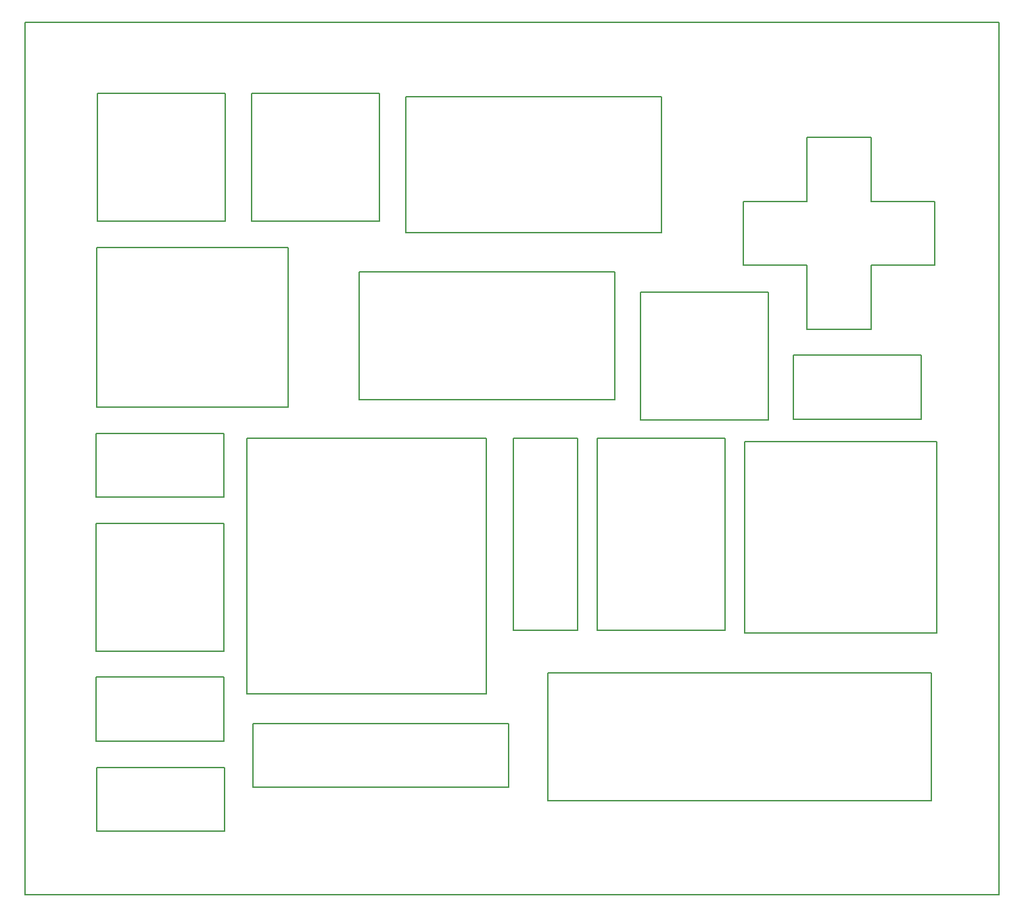
<source format=gm1>
G04 #@! TF.FileFunction,Profile,NP*
%FSLAX46Y46*%
G04 Gerber Fmt 4.6, Leading zero omitted, Abs format (unit mm)*
G04 Created by KiCad (PCBNEW 4.0.1-3.201512221402+6198~38~ubuntu14.04.1-stable) date Tue 16 Feb 2016 12:41:40 PM PST*
%MOMM*%
G01*
G04 APERTURE LIST*
%ADD10C,0.100000*%
%ADD11C,0.150000*%
G04 APERTURE END LIST*
D10*
D11*
X142240000Y-22860000D02*
X142240000Y-76200000D01*
X20320000Y-22860000D02*
X142240000Y-22860000D01*
X20320000Y-132080000D02*
X20320000Y-22860000D01*
X142240000Y-132080000D02*
X20320000Y-132080000D01*
X142240000Y-76200000D02*
X142240000Y-132080000D01*
X91968000Y-98968000D02*
X91968000Y-78968000D01*
X107968000Y-98968000D02*
X91968000Y-98968000D01*
X107968000Y-74968000D02*
X107968000Y-98968000D01*
X91968000Y-74968000D02*
X107968000Y-74968000D01*
X91968000Y-78968000D02*
X91968000Y-74968000D01*
X89460000Y-74968000D02*
X85460000Y-74968000D01*
X89460000Y-98968000D02*
X89460000Y-74968000D01*
X81460000Y-98968000D02*
X89460000Y-98968000D01*
X81460000Y-74968000D02*
X81460000Y-98968000D01*
X85460000Y-74968000D02*
X81460000Y-74968000D01*
X62150000Y-70155000D02*
X62150000Y-58155000D01*
X94150000Y-70155000D02*
X62150000Y-70155000D01*
X94150000Y-54155000D02*
X94150000Y-70155000D01*
X62150000Y-54155000D02*
X94150000Y-54155000D01*
X62150000Y-58155000D02*
X62150000Y-54155000D01*
X116510000Y-72570000D02*
X116510000Y-64570000D01*
X132510000Y-72570000D02*
X116510000Y-72570000D01*
X132510000Y-64570000D02*
X132510000Y-72570000D01*
X116510000Y-64570000D02*
X132510000Y-64570000D01*
X133780000Y-120318000D02*
X115780000Y-120318000D01*
X133780000Y-104318000D02*
X133780000Y-120318000D01*
X115780000Y-104318000D02*
X133780000Y-104318000D01*
X113400000Y-56632000D02*
X97400000Y-56632000D01*
X113400000Y-72632000D02*
X113400000Y-56632000D01*
X97400000Y-72632000D02*
X113400000Y-72632000D01*
X97400000Y-56632000D02*
X97400000Y-72632000D01*
X85780000Y-120318000D02*
X85780000Y-104318000D01*
X115780000Y-120318000D02*
X85780000Y-120318000D01*
X85780000Y-104318000D02*
X115780000Y-104318000D01*
X48066000Y-106980000D02*
X48066000Y-74980000D01*
X78066000Y-106980000D02*
X48066000Y-106980000D01*
X78066000Y-74980000D02*
X78066000Y-106980000D01*
X48066000Y-74980000D02*
X78066000Y-74980000D01*
X29205000Y-104860000D02*
X37205000Y-104860000D01*
X29205000Y-112860000D02*
X29205000Y-104860000D01*
X45205000Y-112860000D02*
X29205000Y-112860000D01*
X45205000Y-104860000D02*
X45205000Y-112860000D01*
X37205000Y-104860000D02*
X45205000Y-104860000D01*
X53285000Y-71050000D02*
X29285000Y-71050000D01*
X53285000Y-51050000D02*
X53285000Y-71050000D01*
X29285000Y-51050000D02*
X53285000Y-51050000D01*
X29285000Y-71050000D02*
X29285000Y-51050000D01*
X64650000Y-31780000D02*
X48650000Y-31780000D01*
X64650000Y-47780000D02*
X64650000Y-31780000D01*
X48650000Y-47780000D02*
X64650000Y-47780000D01*
X48650000Y-31780000D02*
X48650000Y-47780000D01*
X45380000Y-47780000D02*
X45380000Y-31780000D01*
X29380000Y-47780000D02*
X45380000Y-47780000D01*
X29380000Y-31780000D02*
X29380000Y-47780000D01*
X45380000Y-31780000D02*
X29380000Y-31780000D01*
X29285000Y-116145000D02*
X29285000Y-124145000D01*
X45285000Y-116145000D02*
X29285000Y-116145000D01*
X45285000Y-124145000D02*
X45285000Y-116145000D01*
X29285000Y-124145000D02*
X45285000Y-124145000D01*
X134434000Y-75366000D02*
X134434000Y-99366000D01*
X110434000Y-75366000D02*
X134434000Y-75366000D01*
X110434000Y-99366000D02*
X110434000Y-75366000D01*
X134434000Y-99366000D02*
X110434000Y-99366000D01*
X118230000Y-53290000D02*
X110230000Y-53290000D01*
X118230000Y-61290000D02*
X118230000Y-53290000D01*
X126230000Y-61290000D02*
X118230000Y-61290000D01*
X126230000Y-53290000D02*
X126230000Y-61290000D01*
X134230000Y-53290000D02*
X126230000Y-53290000D01*
X134230000Y-45290000D02*
X134230000Y-53290000D01*
X126230000Y-45290000D02*
X134230000Y-45290000D01*
X126230000Y-37290000D02*
X126230000Y-45290000D01*
X118230000Y-37290000D02*
X126230000Y-37290000D01*
X118230000Y-45290000D02*
X118230000Y-37290000D01*
X117230000Y-45290000D02*
X118230000Y-45290000D01*
X110230000Y-45290000D02*
X117230000Y-45290000D01*
X110230000Y-53290000D02*
X110230000Y-45290000D01*
X48824000Y-110672000D02*
X65824000Y-110672000D01*
X48824000Y-118672000D02*
X48824000Y-110672000D01*
X80824000Y-118672000D02*
X48824000Y-118672000D01*
X80824000Y-110672000D02*
X80824000Y-118672000D01*
X65824000Y-110672000D02*
X80824000Y-110672000D01*
X45205000Y-82320000D02*
X37205000Y-82320000D01*
X45205000Y-74320000D02*
X45205000Y-82320000D01*
X29205000Y-74320000D02*
X45205000Y-74320000D01*
X29205000Y-82320000D02*
X29205000Y-74320000D01*
X37205000Y-82320000D02*
X29205000Y-82320000D01*
X29205000Y-86590000D02*
X29205000Y-85590000D01*
X45205000Y-85590000D02*
X29205000Y-85590000D01*
X45205000Y-101590000D02*
X45205000Y-85590000D01*
X29205000Y-101590000D02*
X45205000Y-101590000D01*
X29205000Y-86590000D02*
X29205000Y-101590000D01*
X68000000Y-32215000D02*
X68000000Y-49215000D01*
X100000000Y-32215000D02*
X68000000Y-32215000D01*
X100000000Y-49215000D02*
X100000000Y-32215000D01*
X68000000Y-49215000D02*
X100000000Y-49215000D01*
M02*

</source>
